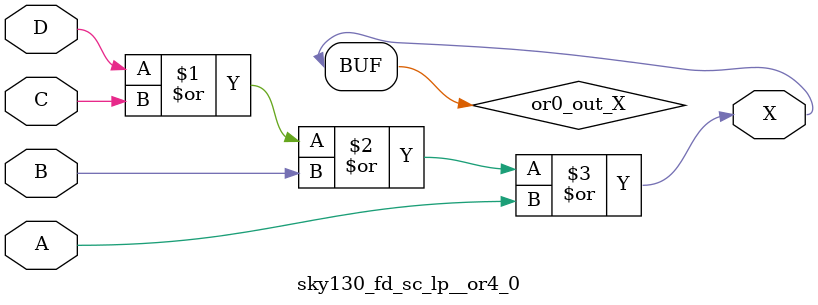
<source format=v>
/*
 * Copyright 2020 The SkyWater PDK Authors
 *
 * Licensed under the Apache License, Version 2.0 (the "License");
 * you may not use this file except in compliance with the License.
 * You may obtain a copy of the License at
 *
 *     https://www.apache.org/licenses/LICENSE-2.0
 *
 * Unless required by applicable law or agreed to in writing, software
 * distributed under the License is distributed on an "AS IS" BASIS,
 * WITHOUT WARRANTIES OR CONDITIONS OF ANY KIND, either express or implied.
 * See the License for the specific language governing permissions and
 * limitations under the License.
 *
 * SPDX-License-Identifier: Apache-2.0
*/


`ifndef SKY130_FD_SC_LP__OR4_0_FUNCTIONAL_V
`define SKY130_FD_SC_LP__OR4_0_FUNCTIONAL_V

/**
 * or4: 4-input OR.
 *
 * Verilog simulation functional model.
 */

`timescale 1ns / 1ps
`default_nettype none

`celldefine
module sky130_fd_sc_lp__or4_0 (
    X,
    A,
    B,
    C,
    D
);

    // Module ports
    output X;
    input  A;
    input  B;
    input  C;
    input  D;

    // Local signals
    wire or0_out_X;

    //  Name  Output     Other arguments
    or  or0  (or0_out_X, D, C, B, A     );
    buf buf0 (X        , or0_out_X      );

endmodule
`endcelldefine

`default_nettype wire
`endif  // SKY130_FD_SC_LP__OR4_0_FUNCTIONAL_V

</source>
